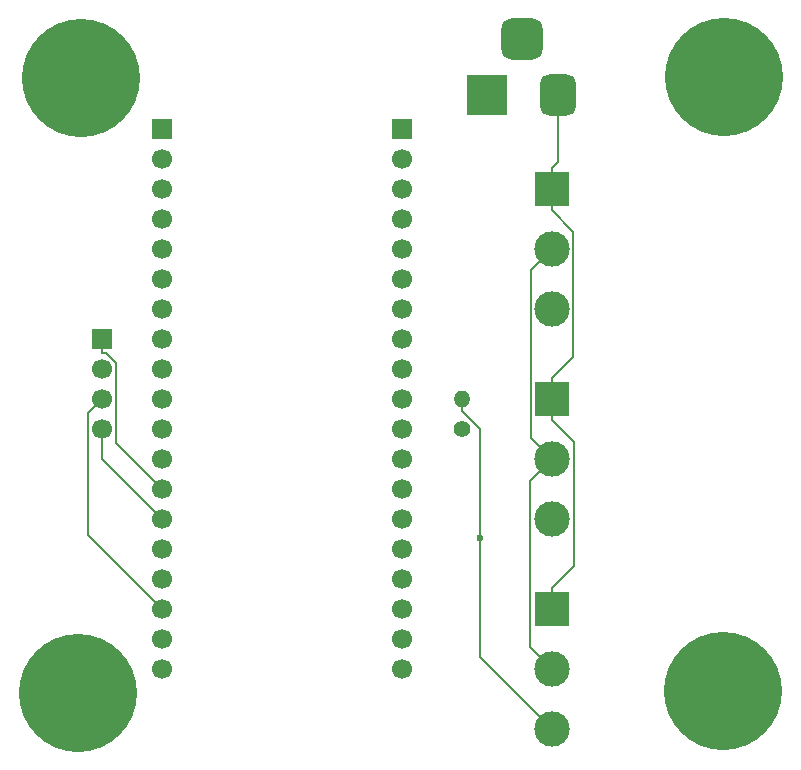
<source format=gbr>
%TF.GenerationSoftware,KiCad,Pcbnew,9.0.1*%
%TF.CreationDate,2025-05-10T14:37:29+02:00*%
%TF.ProjectId,fridge_temp_design,66726964-6765-45f7-9465-6d705f646573,rev?*%
%TF.SameCoordinates,Original*%
%TF.FileFunction,Copper,L2,Bot*%
%TF.FilePolarity,Positive*%
%FSLAX46Y46*%
G04 Gerber Fmt 4.6, Leading zero omitted, Abs format (unit mm)*
G04 Created by KiCad (PCBNEW 9.0.1) date 2025-05-10 14:37:29*
%MOMM*%
%LPD*%
G01*
G04 APERTURE LIST*
G04 Aperture macros list*
%AMRoundRect*
0 Rectangle with rounded corners*
0 $1 Rounding radius*
0 $2 $3 $4 $5 $6 $7 $8 $9 X,Y pos of 4 corners*
0 Add a 4 corners polygon primitive as box body*
4,1,4,$2,$3,$4,$5,$6,$7,$8,$9,$2,$3,0*
0 Add four circle primitives for the rounded corners*
1,1,$1+$1,$2,$3*
1,1,$1+$1,$4,$5*
1,1,$1+$1,$6,$7*
1,1,$1+$1,$8,$9*
0 Add four rect primitives between the rounded corners*
20,1,$1+$1,$2,$3,$4,$5,0*
20,1,$1+$1,$4,$5,$6,$7,0*
20,1,$1+$1,$6,$7,$8,$9,0*
20,1,$1+$1,$8,$9,$2,$3,0*%
G04 Aperture macros list end*
%TA.AperFunction,ComponentPad*%
%ADD10C,1.700000*%
%TD*%
%TA.AperFunction,ComponentPad*%
%ADD11R,1.700000X1.700000*%
%TD*%
%TA.AperFunction,ComponentPad*%
%ADD12C,10.000000*%
%TD*%
%TA.AperFunction,ComponentPad*%
%ADD13O,1.400000X1.400000*%
%TD*%
%TA.AperFunction,ComponentPad*%
%ADD14C,1.400000*%
%TD*%
%TA.AperFunction,ComponentPad*%
%ADD15R,3.000000X3.000000*%
%TD*%
%TA.AperFunction,ComponentPad*%
%ADD16C,3.000000*%
%TD*%
%TA.AperFunction,ComponentPad*%
%ADD17R,3.500000X3.500000*%
%TD*%
%TA.AperFunction,ComponentPad*%
%ADD18RoundRect,0.750000X0.750000X1.000000X-0.750000X1.000000X-0.750000X-1.000000X0.750000X-1.000000X0*%
%TD*%
%TA.AperFunction,ComponentPad*%
%ADD19RoundRect,0.875000X0.875000X0.875000X-0.875000X0.875000X-0.875000X-0.875000X0.875000X-0.875000X0*%
%TD*%
%TA.AperFunction,ViaPad*%
%ADD20C,0.600000*%
%TD*%
%TA.AperFunction,Conductor*%
%ADD21C,0.200000*%
%TD*%
G04 APERTURE END LIST*
D10*
%TO.P,J7,4,Pin_4*%
%TO.N,Net-(J2-Pin_14)*%
X129540000Y-91440000D03*
%TO.P,J7,3,Pin_3*%
%TO.N,Net-(J2-Pin_17)*%
X129540000Y-88900000D03*
%TO.P,J7,2,Pin_2*%
%TO.N,Net-(J1-Pin_19)*%
X129540000Y-86360000D03*
D11*
%TO.P,J7,1,Pin_1*%
%TO.N,Net-(J2-Pin_13)*%
X129540000Y-83820000D03*
%TD*%
D12*
%TO.P,Bottom_Left,1*%
%TO.N,N/C*%
X127510000Y-113740000D03*
%TD*%
%TO.P,Bottom_Right,1*%
%TO.N,N/C*%
X182130000Y-113640000D03*
%TD*%
%TO.P,Top_Right,1*%
%TO.N,N/C*%
X182150000Y-61620000D03*
%TD*%
%TO.P,Top_Left,1*%
%TO.N,N/C*%
X127720000Y-61700000D03*
%TD*%
D13*
%TO.P,R1,2*%
%TO.N,Net-(J2-Pin_8)*%
X160020000Y-88900000D03*
D14*
%TO.P,R1,1*%
%TO.N,Net-(J1-Pin_19)*%
X160020000Y-91440000D03*
%TD*%
D15*
%TO.P,J4,1,Pin_1*%
%TO.N,Net-(J1-Pin_6)*%
X167640000Y-88900000D03*
D16*
%TO.P,J4,2,Pin_2*%
%TO.N,Net-(J1-Pin_19)*%
X167640000Y-93980000D03*
%TO.P,J4,3,Pin_3*%
%TO.N,Net-(J2-Pin_8)*%
X167640000Y-99060000D03*
%TD*%
D15*
%TO.P,J5,1,Pin_1*%
%TO.N,Net-(J1-Pin_6)*%
X167640000Y-106680000D03*
D16*
%TO.P,J5,2,Pin_2*%
%TO.N,Net-(J1-Pin_19)*%
X167640000Y-111760000D03*
%TO.P,J5,3,Pin_3*%
%TO.N,Net-(J2-Pin_8)*%
X167640000Y-116840000D03*
%TD*%
D15*
%TO.P,J3,1,Pin_1*%
%TO.N,Net-(J1-Pin_6)*%
X167640000Y-71120000D03*
D16*
%TO.P,J3,2,Pin_2*%
%TO.N,Net-(J1-Pin_19)*%
X167640000Y-76200000D03*
%TO.P,J3,3,Pin_3*%
%TO.N,Net-(J2-Pin_8)*%
X167640000Y-81280000D03*
%TD*%
D11*
%TO.P,J2,1,Pin_1*%
%TO.N,unconnected-(J2-Pin_1-Pad1)*%
X134620000Y-66040000D03*
D10*
%TO.P,J2,2,Pin_2*%
%TO.N,unconnected-(J2-Pin_2-Pad2)*%
X134620000Y-68580000D03*
%TO.P,J2,3,Pin_3*%
%TO.N,unconnected-(J2-Pin_3-Pad3)*%
X134620000Y-71120000D03*
%TO.P,J2,4,Pin_4*%
%TO.N,unconnected-(J2-Pin_4-Pad4)*%
X134620000Y-73660000D03*
%TO.P,J2,5,Pin_5*%
%TO.N,unconnected-(J2-Pin_5-Pad5)*%
X134620000Y-76200000D03*
%TO.P,J2,6,Pin_6*%
%TO.N,unconnected-(J2-Pin_6-Pad6)*%
X134620000Y-78740000D03*
%TO.P,J2,7,Pin_7*%
%TO.N,unconnected-(J2-Pin_7-Pad7)*%
X134620000Y-81280000D03*
%TO.P,J2,8,Pin_8*%
%TO.N,Net-(J2-Pin_8)*%
X134620000Y-83820000D03*
%TO.P,J2,9,Pin_9*%
%TO.N,unconnected-(J2-Pin_9-Pad9)*%
X134620000Y-86360000D03*
%TO.P,J2,10,Pin_10*%
%TO.N,unconnected-(J2-Pin_10-Pad10)*%
X134620000Y-88900000D03*
%TO.P,J2,11,Pin_11*%
%TO.N,unconnected-(J2-Pin_11-Pad11)*%
X134620000Y-91440000D03*
%TO.P,J2,12,Pin_12*%
%TO.N,unconnected-(J2-Pin_12-Pad12)*%
X134620000Y-93980000D03*
%TO.P,J2,13,Pin_13*%
%TO.N,Net-(J2-Pin_13)*%
X134620000Y-96520000D03*
%TO.P,J2,14,Pin_14*%
%TO.N,Net-(J2-Pin_14)*%
X134620000Y-99060000D03*
%TO.P,J2,15,Pin_15*%
%TO.N,unconnected-(J2-Pin_15-Pad15)*%
X134620000Y-101600000D03*
%TO.P,J2,16,Pin_16*%
%TO.N,unconnected-(J2-Pin_16-Pad16)*%
X134620000Y-104140000D03*
%TO.P,J2,17,Pin_17*%
%TO.N,Net-(J2-Pin_17)*%
X134620000Y-106680000D03*
%TO.P,J2,18,Pin_18*%
%TO.N,unconnected-(J2-Pin_18-Pad18)*%
X134620000Y-109220000D03*
%TO.P,J2,19,Pin_19*%
%TO.N,unconnected-(J2-Pin_19-Pad19)*%
X134620000Y-111760000D03*
%TD*%
D11*
%TO.P,J1,1,Pin_1*%
%TO.N,Net-(J1-Pin_1)*%
X154940000Y-66040000D03*
D10*
%TO.P,J1,2,Pin_2*%
%TO.N,unconnected-(J1-Pin_2-Pad2)*%
X154940000Y-68580000D03*
%TO.P,J1,3,Pin_3*%
%TO.N,unconnected-(J1-Pin_3-Pad3)*%
X154940000Y-71120000D03*
%TO.P,J1,4,Pin_4*%
%TO.N,unconnected-(J1-Pin_4-Pad4)*%
X154940000Y-73660000D03*
%TO.P,J1,5,Pin_5*%
%TO.N,unconnected-(J1-Pin_5-Pad5)*%
X154940000Y-76200000D03*
%TO.P,J1,6,Pin_6*%
%TO.N,Net-(J1-Pin_6)*%
X154940000Y-78740000D03*
%TO.P,J1,7,Pin_7*%
%TO.N,unconnected-(J1-Pin_7-Pad7)*%
X154940000Y-81280000D03*
%TO.P,J1,8,Pin_8*%
%TO.N,unconnected-(J1-Pin_8-Pad8)*%
X154940000Y-83820000D03*
%TO.P,J1,9,Pin_9*%
%TO.N,unconnected-(J1-Pin_9-Pad9)*%
X154940000Y-86360000D03*
%TO.P,J1,10,Pin_10*%
%TO.N,unconnected-(J1-Pin_10-Pad10)*%
X154940000Y-88900000D03*
%TO.P,J1,11,Pin_11*%
%TO.N,unconnected-(J1-Pin_11-Pad11)*%
X154940000Y-91440000D03*
%TO.P,J1,12,Pin_12*%
%TO.N,unconnected-(J1-Pin_12-Pad12)*%
X154940000Y-93980000D03*
%TO.P,J1,13,Pin_13*%
%TO.N,unconnected-(J1-Pin_13-Pad13)*%
X154940000Y-96520000D03*
%TO.P,J1,14,Pin_14*%
%TO.N,unconnected-(J1-Pin_14-Pad14)*%
X154940000Y-99060000D03*
%TO.P,J1,15,Pin_15*%
%TO.N,unconnected-(J1-Pin_15-Pad15)*%
X154940000Y-101600000D03*
%TO.P,J1,16,Pin_16*%
%TO.N,unconnected-(J1-Pin_16-Pad16)*%
X154940000Y-104140000D03*
%TO.P,J1,17,Pin_17*%
%TO.N,unconnected-(J1-Pin_17-Pad17)*%
X154940000Y-106680000D03*
%TO.P,J1,18,Pin_18*%
%TO.N,unconnected-(J1-Pin_18-Pad18)*%
X154940000Y-109220000D03*
%TO.P,J1,19,Pin_19*%
%TO.N,Net-(J1-Pin_19)*%
X154940000Y-111760000D03*
%TD*%
D17*
%TO.P,J6,1*%
%TO.N,Net-(J1-Pin_1)*%
X162100000Y-63120000D03*
D18*
%TO.P,J6,2*%
%TO.N,Net-(J1-Pin_6)*%
X168100000Y-63120000D03*
D19*
%TO.P,J6,3*%
%TO.N,unconnected-(J6-Pad3)*%
X165100000Y-58420000D03*
%TD*%
D20*
%TO.N,Net-(J2-Pin_8)*%
X161559800Y-100659200D03*
%TD*%
D21*
%TO.N,Net-(J2-Pin_13)*%
X130691700Y-92591700D02*
X134620000Y-96520000D01*
X130691700Y-85835400D02*
X130691700Y-92591700D01*
X129828000Y-84971700D02*
X130691700Y-85835400D01*
X129540000Y-84971700D02*
X129828000Y-84971700D01*
X129540000Y-83820000D02*
X129540000Y-84971700D01*
%TO.N,Net-(J2-Pin_14)*%
X129540000Y-93980000D02*
X129540000Y-91440000D01*
X134620000Y-99060000D02*
X129540000Y-93980000D01*
%TO.N,Net-(J2-Pin_17)*%
X128351000Y-100411000D02*
X134620000Y-106680000D01*
X128351000Y-90089000D02*
X128351000Y-100411000D01*
X129540000Y-88900000D02*
X128351000Y-90089000D01*
%TO.N,Net-(J2-Pin_8)*%
X160020000Y-88900000D02*
X160020000Y-89901700D01*
X161559800Y-110759800D02*
X161559800Y-100659200D01*
X167640000Y-116840000D02*
X161559800Y-110759800D01*
X161559800Y-91441500D02*
X160020000Y-89901700D01*
X161559800Y-100659200D02*
X161559800Y-91441500D01*
%TO.N,Net-(J1-Pin_6)*%
X168100000Y-68858300D02*
X167640000Y-69318300D01*
X168100000Y-63120000D02*
X168100000Y-68858300D01*
X167640000Y-70219100D02*
X167640000Y-69318300D01*
X167640000Y-70219100D02*
X167640000Y-71120000D01*
X167640000Y-106680000D02*
X167640000Y-104878300D01*
X169457300Y-103061000D02*
X167640000Y-104878300D01*
X169457300Y-92519000D02*
X169457300Y-103061000D01*
X167640000Y-90701700D02*
X169457300Y-92519000D01*
X167640000Y-88900000D02*
X167640000Y-90701700D01*
X169441700Y-74723400D02*
X167640000Y-72921700D01*
X169441700Y-85296600D02*
X169441700Y-74723400D01*
X167640000Y-87098300D02*
X169441700Y-85296600D01*
X167640000Y-88900000D02*
X167640000Y-87098300D01*
X167640000Y-71120000D02*
X167640000Y-72921700D01*
%TO.N,Net-(J1-Pin_19)*%
X165838300Y-78001700D02*
X167640000Y-76200000D01*
X165838300Y-92178300D02*
X165838300Y-78001700D01*
X167640000Y-93980000D02*
X165838300Y-92178300D01*
X165795800Y-95824200D02*
X167640000Y-93980000D01*
X165795800Y-109915800D02*
X165795800Y-95824200D01*
X167640000Y-111760000D02*
X165795800Y-109915800D01*
%TD*%
M02*

</source>
